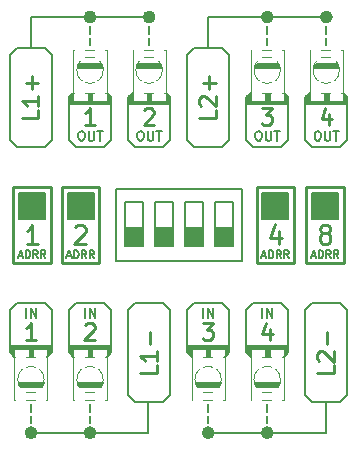
<source format=gto>
G04 #@! TF.GenerationSoftware,KiCad,Pcbnew,(5.1.9)-1*
G04 #@! TF.CreationDate,2023-02-02T22:46:09+01:00*
G04 #@! TF.ProjectId,Leds,4c656473-2e6b-4696-9361-645f70636258,rev?*
G04 #@! TF.SameCoordinates,PXd59f80PYd59f80*
G04 #@! TF.FileFunction,Legend,Top*
G04 #@! TF.FilePolarity,Positive*
%FSLAX46Y46*%
G04 Gerber Fmt 4.6, Leading zero omitted, Abs format (unit mm)*
G04 Created by KiCad (PCBNEW (5.1.9)-1) date 2023-02-02 22:46:09*
%MOMM*%
%LPD*%
G01*
G04 APERTURE LIST*
%ADD10C,0.200000*%
%ADD11C,0.500000*%
%ADD12C,0.250000*%
%ADD13C,0.100000*%
%ADD14C,0.120000*%
%ADD15C,0.280000*%
%ADD16C,0.160000*%
%ADD17C,0.260000*%
%ADD18R,0.900000X1.600000*%
%ADD19R,1.200000X2.500000*%
G04 APERTURE END LIST*
D10*
X28500000Y-38600000D02*
X18500000Y-38600000D01*
X13400000Y-36000000D02*
X13400000Y-38600000D01*
X23500000Y-37800000D02*
X23500000Y-37200000D01*
X23500000Y-36800000D02*
X23500000Y-36200000D01*
X18500000Y-37800000D02*
X18500000Y-37200000D01*
X18500000Y-36800000D02*
X18500000Y-36200000D01*
X8500000Y-37800000D02*
X8500000Y-37200000D01*
X8500000Y-36800000D02*
X8500000Y-36200000D01*
X3500000Y-37800000D02*
X3500000Y-37200000D01*
X3500000Y-36800000D02*
X3500000Y-36200000D01*
X28500000Y-5800000D02*
X28500000Y-5200000D01*
X28500000Y-4800000D02*
X28500000Y-4200000D01*
X23500000Y-5800000D02*
X23500000Y-5200000D01*
X23500000Y-4800000D02*
X23500000Y-4200000D01*
X18500000Y-3400000D02*
X28500000Y-3400000D01*
X18500000Y-6000000D02*
X18500000Y-3400000D01*
X13500000Y-5800000D02*
X13500000Y-5200000D01*
X13500000Y-4800000D02*
X13500000Y-4200000D01*
X8500000Y-4800000D02*
X8500000Y-4200000D01*
X8500000Y-5800000D02*
X8500000Y-5200000D01*
X3500000Y-3400000D02*
X13500000Y-3400000D01*
D11*
X8800000Y-3400000D02*
G75*
G03*
X8800000Y-3400000I-300000J0D01*
G01*
X13800000Y-3400000D02*
G75*
G03*
X13800000Y-3400000I-300000J0D01*
G01*
X23800000Y-3400000D02*
G75*
G03*
X23800000Y-3400000I-300000J0D01*
G01*
X28800000Y-3400000D02*
G75*
G03*
X28800000Y-3400000I-300000J0D01*
G01*
D10*
X3500000Y-6000000D02*
X3500000Y-3400000D01*
D11*
X23800000Y-38600000D02*
G75*
G03*
X23800000Y-38600000I-300000J0D01*
G01*
X18800000Y-38600000D02*
G75*
G03*
X18800000Y-38600000I-300000J0D01*
G01*
X8800000Y-38600000D02*
G75*
G03*
X8800000Y-38600000I-300000J0D01*
G01*
X3800000Y-38600000D02*
G75*
G03*
X3800000Y-38600000I-300000J0D01*
G01*
D10*
X13400000Y-38600000D02*
X3500000Y-38600000D01*
X28500000Y-36000000D02*
X28500000Y-38600000D01*
G36*
X29500000Y-20500000D02*
G01*
X27300000Y-20500000D01*
X27300000Y-18300000D01*
X29500000Y-18300000D01*
X29500000Y-20500000D01*
G37*
X29500000Y-20500000D02*
X27300000Y-20500000D01*
X27300000Y-18300000D01*
X29500000Y-18300000D01*
X29500000Y-20500000D01*
D12*
X26800000Y-24200000D02*
X30000000Y-24200000D01*
X26800000Y-24200000D02*
X26800000Y-17800000D01*
X26800000Y-17800000D02*
X30000000Y-17800000D01*
X30000000Y-17800000D02*
X30000000Y-24200000D01*
D10*
G36*
X25300000Y-20500000D02*
G01*
X23100000Y-20500000D01*
X23100000Y-18300000D01*
X25300000Y-18300000D01*
X25300000Y-20500000D01*
G37*
X25300000Y-20500000D02*
X23100000Y-20500000D01*
X23100000Y-18300000D01*
X25300000Y-18300000D01*
X25300000Y-20500000D01*
D12*
X22600000Y-24200000D02*
X25800000Y-24200000D01*
X22600000Y-24200000D02*
X22600000Y-17800000D01*
X22600000Y-17800000D02*
X25800000Y-17800000D01*
X25800000Y-17800000D02*
X25800000Y-24200000D01*
D10*
G36*
X8800000Y-20500000D02*
G01*
X6600000Y-20500000D01*
X6600000Y-18300000D01*
X8800000Y-18300000D01*
X8800000Y-20500000D01*
G37*
X8800000Y-20500000D02*
X6600000Y-20500000D01*
X6600000Y-18300000D01*
X8800000Y-18300000D01*
X8800000Y-20500000D01*
D12*
X6100000Y-24200000D02*
X9300000Y-24200000D01*
X6100000Y-24200000D02*
X6100000Y-17800000D01*
X6100000Y-17800000D02*
X9300000Y-17800000D01*
X9300000Y-17800000D02*
X9300000Y-24200000D01*
D10*
G36*
X4700000Y-20500000D02*
G01*
X2500000Y-20500000D01*
X2500000Y-18300000D01*
X4700000Y-18300000D01*
X4700000Y-20500000D01*
G37*
X4700000Y-20500000D02*
X2500000Y-20500000D01*
X2500000Y-18300000D01*
X4700000Y-18300000D01*
X4700000Y-20500000D01*
D12*
X2000000Y-24200000D02*
X5200000Y-24200000D01*
X2000000Y-24200000D02*
X2000000Y-17800000D01*
X2000000Y-17800000D02*
X5200000Y-17800000D01*
X5200000Y-17800000D02*
X5200000Y-24200000D01*
D10*
X16700000Y-13800000D02*
X16700000Y-6600000D01*
X17300000Y-6000000D02*
X19700000Y-6000000D01*
X20300000Y-6600000D02*
X20300000Y-13800000D01*
X17300000Y-6000000D02*
X16700000Y-6600000D01*
X20300000Y-6600000D02*
X19700000Y-6000000D01*
X16700000Y-13800000D02*
X17300000Y-14400000D01*
X19700000Y-14400000D02*
X20300000Y-13800000D01*
X17300000Y-14400000D02*
X19700000Y-14400000D01*
X1700000Y-13800000D02*
X1700000Y-6600000D01*
X2300000Y-6000000D02*
X4700000Y-6000000D01*
X5300000Y-6600000D02*
X5300000Y-13800000D01*
X2300000Y-6000000D02*
X1700000Y-6600000D01*
X5300000Y-6600000D02*
X4700000Y-6000000D01*
X1700000Y-13800000D02*
X2300000Y-14400000D01*
X4700000Y-14400000D02*
X5300000Y-13800000D01*
X2300000Y-14400000D02*
X4700000Y-14400000D01*
X11700000Y-35400000D02*
X11700000Y-28200000D01*
X12300000Y-27600000D02*
X14700000Y-27600000D01*
X15300000Y-28200000D02*
X15300000Y-35400000D01*
X12300000Y-27600000D02*
X11700000Y-28200000D01*
X15300000Y-28200000D02*
X14700000Y-27600000D01*
X11700000Y-35400000D02*
X12300000Y-36000000D01*
X14700000Y-36000000D02*
X15300000Y-35400000D01*
X12300000Y-36000000D02*
X14700000Y-36000000D01*
X26700000Y-35400000D02*
X26700000Y-28200000D01*
X27300000Y-27600000D02*
X29700000Y-27600000D01*
X30300000Y-28200000D02*
X30300000Y-35400000D01*
X27300000Y-27600000D02*
X26700000Y-28200000D01*
X30300000Y-28200000D02*
X29700000Y-27600000D01*
X26700000Y-35400000D02*
X27300000Y-36000000D01*
X29700000Y-36000000D02*
X30300000Y-35400000D01*
X27300000Y-36000000D02*
X29700000Y-36000000D01*
D13*
G36*
X25300000Y-31200000D02*
G01*
X25300000Y-31800000D01*
X24900000Y-32200000D01*
X24900000Y-31500000D01*
X23700000Y-31500000D01*
X23700000Y-32200000D01*
X23300000Y-32200000D01*
X23300000Y-31500000D01*
X22100000Y-31500000D01*
X22100000Y-32200000D01*
X21700000Y-31800000D01*
X21700000Y-31200000D01*
X25300000Y-31200000D01*
G37*
X25300000Y-31200000D02*
X25300000Y-31800000D01*
X24900000Y-32200000D01*
X24900000Y-31500000D01*
X23700000Y-31500000D01*
X23700000Y-32200000D01*
X23300000Y-32200000D01*
X23300000Y-31500000D01*
X22100000Y-31500000D01*
X22100000Y-32200000D01*
X21700000Y-31800000D01*
X21700000Y-31200000D01*
X25300000Y-31200000D01*
D10*
X25300000Y-28200000D02*
X24700000Y-27600000D01*
X22300000Y-27600000D02*
X21700000Y-28200000D01*
X25300000Y-28200000D02*
X25300000Y-31800000D01*
X22300000Y-27600000D02*
X24700000Y-27600000D01*
X21700000Y-31800000D02*
X21700000Y-28200000D01*
X24900000Y-32200000D02*
X25300000Y-31800000D01*
X22100000Y-32200000D02*
X21700000Y-31800000D01*
D13*
G36*
X20300000Y-31200000D02*
G01*
X20300000Y-31800000D01*
X19900000Y-32200000D01*
X19900000Y-31500000D01*
X18700000Y-31500000D01*
X18700000Y-32200000D01*
X18300000Y-32200000D01*
X18300000Y-31500000D01*
X17100000Y-31500000D01*
X17100000Y-32200000D01*
X16700000Y-31800000D01*
X16700000Y-31200000D01*
X20300000Y-31200000D01*
G37*
X20300000Y-31200000D02*
X20300000Y-31800000D01*
X19900000Y-32200000D01*
X19900000Y-31500000D01*
X18700000Y-31500000D01*
X18700000Y-32200000D01*
X18300000Y-32200000D01*
X18300000Y-31500000D01*
X17100000Y-31500000D01*
X17100000Y-32200000D01*
X16700000Y-31800000D01*
X16700000Y-31200000D01*
X20300000Y-31200000D01*
D10*
X20300000Y-28200000D02*
X19700000Y-27600000D01*
X17300000Y-27600000D02*
X16700000Y-28200000D01*
X20300000Y-28200000D02*
X20300000Y-31800000D01*
X17300000Y-27600000D02*
X19700000Y-27600000D01*
X16700000Y-31800000D02*
X16700000Y-28200000D01*
X19900000Y-32200000D02*
X20300000Y-31800000D01*
X17100000Y-32200000D02*
X16700000Y-31800000D01*
D13*
G36*
X10300000Y-31200000D02*
G01*
X10300000Y-31800000D01*
X9900000Y-32200000D01*
X9900000Y-31500000D01*
X8700000Y-31500000D01*
X8700000Y-32200000D01*
X8300000Y-32200000D01*
X8300000Y-31500000D01*
X7100000Y-31500000D01*
X7100000Y-32200000D01*
X6700000Y-31800000D01*
X6700000Y-31200000D01*
X10300000Y-31200000D01*
G37*
X10300000Y-31200000D02*
X10300000Y-31800000D01*
X9900000Y-32200000D01*
X9900000Y-31500000D01*
X8700000Y-31500000D01*
X8700000Y-32200000D01*
X8300000Y-32200000D01*
X8300000Y-31500000D01*
X7100000Y-31500000D01*
X7100000Y-32200000D01*
X6700000Y-31800000D01*
X6700000Y-31200000D01*
X10300000Y-31200000D01*
D10*
X10300000Y-28200000D02*
X9700000Y-27600000D01*
X7300000Y-27600000D02*
X6700000Y-28200000D01*
X10300000Y-28200000D02*
X10300000Y-31800000D01*
X7300000Y-27600000D02*
X9700000Y-27600000D01*
X6700000Y-31800000D02*
X6700000Y-28200000D01*
X9900000Y-32200000D02*
X10300000Y-31800000D01*
X7100000Y-32200000D02*
X6700000Y-31800000D01*
D13*
G36*
X5300000Y-31200000D02*
G01*
X5300000Y-31800000D01*
X4900000Y-32200000D01*
X4900000Y-31500000D01*
X3700000Y-31500000D01*
X3700000Y-32200000D01*
X3300000Y-32200000D01*
X3300000Y-31500000D01*
X2100000Y-31500000D01*
X2100000Y-32200000D01*
X1700000Y-31800000D01*
X1700000Y-31200000D01*
X5300000Y-31200000D01*
G37*
X5300000Y-31200000D02*
X5300000Y-31800000D01*
X4900000Y-32200000D01*
X4900000Y-31500000D01*
X3700000Y-31500000D01*
X3700000Y-32200000D01*
X3300000Y-32200000D01*
X3300000Y-31500000D01*
X2100000Y-31500000D01*
X2100000Y-32200000D01*
X1700000Y-31800000D01*
X1700000Y-31200000D01*
X5300000Y-31200000D01*
D10*
X5300000Y-28200000D02*
X4700000Y-27600000D01*
X2300000Y-27600000D02*
X1700000Y-28200000D01*
X5300000Y-28200000D02*
X5300000Y-31800000D01*
X2300000Y-27600000D02*
X4700000Y-27600000D01*
X1700000Y-31800000D02*
X1700000Y-28200000D01*
X4900000Y-32200000D02*
X5300000Y-31800000D01*
X2100000Y-32200000D02*
X1700000Y-31800000D01*
D13*
G36*
X26700000Y-10800000D02*
G01*
X26700000Y-10200000D01*
X27100000Y-9800000D01*
X27100000Y-10500000D01*
X28300000Y-10500000D01*
X28300000Y-9800000D01*
X28700000Y-9800000D01*
X28700000Y-10500000D01*
X29900000Y-10500000D01*
X29900000Y-9800000D01*
X30300000Y-10200000D01*
X30300000Y-10800000D01*
X26700000Y-10800000D01*
G37*
X26700000Y-10800000D02*
X26700000Y-10200000D01*
X27100000Y-9800000D01*
X27100000Y-10500000D01*
X28300000Y-10500000D01*
X28300000Y-9800000D01*
X28700000Y-9800000D01*
X28700000Y-10500000D01*
X29900000Y-10500000D01*
X29900000Y-9800000D01*
X30300000Y-10200000D01*
X30300000Y-10800000D01*
X26700000Y-10800000D01*
D10*
X26700000Y-13800000D02*
X27300000Y-14400000D01*
X29700000Y-14400000D02*
X30300000Y-13800000D01*
X26700000Y-13800000D02*
X26700000Y-10200000D01*
X29700000Y-14400000D02*
X27300000Y-14400000D01*
X30300000Y-10200000D02*
X30300000Y-13800000D01*
X27100000Y-9800000D02*
X26700000Y-10200000D01*
X29900000Y-9800000D02*
X30300000Y-10200000D01*
D13*
G36*
X21700000Y-10800000D02*
G01*
X21700000Y-10200000D01*
X22100000Y-9800000D01*
X22100000Y-10500000D01*
X23300000Y-10500000D01*
X23300000Y-9800000D01*
X23700000Y-9800000D01*
X23700000Y-10500000D01*
X24900000Y-10500000D01*
X24900000Y-9800000D01*
X25300000Y-10200000D01*
X25300000Y-10800000D01*
X21700000Y-10800000D01*
G37*
X21700000Y-10800000D02*
X21700000Y-10200000D01*
X22100000Y-9800000D01*
X22100000Y-10500000D01*
X23300000Y-10500000D01*
X23300000Y-9800000D01*
X23700000Y-9800000D01*
X23700000Y-10500000D01*
X24900000Y-10500000D01*
X24900000Y-9800000D01*
X25300000Y-10200000D01*
X25300000Y-10800000D01*
X21700000Y-10800000D01*
D10*
X21700000Y-13800000D02*
X22300000Y-14400000D01*
X24700000Y-14400000D02*
X25300000Y-13800000D01*
X21700000Y-13800000D02*
X21700000Y-10200000D01*
X24700000Y-14400000D02*
X22300000Y-14400000D01*
X25300000Y-10200000D02*
X25300000Y-13800000D01*
X22100000Y-9800000D02*
X21700000Y-10200000D01*
X24900000Y-9800000D02*
X25300000Y-10200000D01*
D13*
G36*
X11700000Y-10800000D02*
G01*
X11700000Y-10200000D01*
X12100000Y-9800000D01*
X12100000Y-10500000D01*
X13300000Y-10500000D01*
X13300000Y-9800000D01*
X13700000Y-9800000D01*
X13700000Y-10500000D01*
X14900000Y-10500000D01*
X14900000Y-9800000D01*
X15300000Y-10200000D01*
X15300000Y-10800000D01*
X11700000Y-10800000D01*
G37*
X11700000Y-10800000D02*
X11700000Y-10200000D01*
X12100000Y-9800000D01*
X12100000Y-10500000D01*
X13300000Y-10500000D01*
X13300000Y-9800000D01*
X13700000Y-9800000D01*
X13700000Y-10500000D01*
X14900000Y-10500000D01*
X14900000Y-9800000D01*
X15300000Y-10200000D01*
X15300000Y-10800000D01*
X11700000Y-10800000D01*
D10*
X11700000Y-13800000D02*
X12300000Y-14400000D01*
X14700000Y-14400000D02*
X15300000Y-13800000D01*
X11700000Y-13800000D02*
X11700000Y-10200000D01*
X14700000Y-14400000D02*
X12300000Y-14400000D01*
X15300000Y-10200000D02*
X15300000Y-13800000D01*
X12100000Y-9800000D02*
X11700000Y-10200000D01*
X14900000Y-9800000D02*
X15300000Y-10200000D01*
D13*
G36*
X6700000Y-10800000D02*
G01*
X6700000Y-10200000D01*
X7100000Y-9800000D01*
X7100000Y-10500000D01*
X8300000Y-10500000D01*
X8300000Y-9800000D01*
X8700000Y-9800000D01*
X8700000Y-10500000D01*
X9900000Y-10500000D01*
X9900000Y-9800000D01*
X10300000Y-10200000D01*
X10300000Y-10800000D01*
X6700000Y-10800000D01*
G37*
X6700000Y-10800000D02*
X6700000Y-10200000D01*
X7100000Y-9800000D01*
X7100000Y-10500000D01*
X8300000Y-10500000D01*
X8300000Y-9800000D01*
X8700000Y-9800000D01*
X8700000Y-10500000D01*
X9900000Y-10500000D01*
X9900000Y-9800000D01*
X10300000Y-10200000D01*
X10300000Y-10800000D01*
X6700000Y-10800000D01*
D10*
X6700000Y-13800000D02*
X7300000Y-14400000D01*
X9700000Y-14400000D02*
X10300000Y-13800000D01*
X6700000Y-13800000D02*
X6700000Y-10200000D01*
X9700000Y-14400000D02*
X7300000Y-14400000D01*
X10300000Y-10200000D02*
X10300000Y-13800000D01*
X7100000Y-9800000D02*
X6700000Y-10200000D01*
X9900000Y-9800000D02*
X10300000Y-10200000D01*
D14*
X19618034Y-34100000D02*
G75*
G03*
X19618034Y-34100000I-1118034J0D01*
G01*
D13*
G36*
X19600000Y-34300000D02*
G01*
X19400000Y-34700000D01*
X17600000Y-34700000D01*
X17400000Y-34300000D01*
X19600000Y-34300000D01*
G37*
X19600000Y-34300000D02*
X19400000Y-34700000D01*
X17600000Y-34700000D01*
X17400000Y-34300000D01*
X19600000Y-34300000D01*
D14*
X19900000Y-32200000D02*
X19900000Y-35800000D01*
X17100000Y-32200000D02*
X19900000Y-32200000D01*
X17100000Y-35800000D02*
X17100000Y-32200000D01*
X19900000Y-35800000D02*
X17100000Y-35800000D01*
X24618034Y-34100000D02*
G75*
G03*
X24618034Y-34100000I-1118034J0D01*
G01*
D13*
G36*
X24600000Y-34300000D02*
G01*
X24400000Y-34700000D01*
X22600000Y-34700000D01*
X22400000Y-34300000D01*
X24600000Y-34300000D01*
G37*
X24600000Y-34300000D02*
X24400000Y-34700000D01*
X22600000Y-34700000D01*
X22400000Y-34300000D01*
X24600000Y-34300000D01*
D14*
X24900000Y-32200000D02*
X24900000Y-35800000D01*
X22100000Y-32200000D02*
X24900000Y-32200000D01*
X22100000Y-35800000D02*
X22100000Y-32200000D01*
X24900000Y-35800000D02*
X22100000Y-35800000D01*
X9618034Y-34100000D02*
G75*
G03*
X9618034Y-34100000I-1118034J0D01*
G01*
D13*
G36*
X9600000Y-34300000D02*
G01*
X9400000Y-34700000D01*
X7600000Y-34700000D01*
X7400000Y-34300000D01*
X9600000Y-34300000D01*
G37*
X9600000Y-34300000D02*
X9400000Y-34700000D01*
X7600000Y-34700000D01*
X7400000Y-34300000D01*
X9600000Y-34300000D01*
D14*
X9900000Y-32200000D02*
X9900000Y-35800000D01*
X7100000Y-32200000D02*
X9900000Y-32200000D01*
X7100000Y-35800000D02*
X7100000Y-32200000D01*
X9900000Y-35800000D02*
X7100000Y-35800000D01*
X4618034Y-34100000D02*
G75*
G03*
X4618034Y-34100000I-1118034J0D01*
G01*
D13*
G36*
X4600000Y-34300000D02*
G01*
X4400000Y-34700000D01*
X2600000Y-34700000D01*
X2400000Y-34300000D01*
X4600000Y-34300000D01*
G37*
X4600000Y-34300000D02*
X4400000Y-34700000D01*
X2600000Y-34700000D01*
X2400000Y-34300000D01*
X4600000Y-34300000D01*
D14*
X4900000Y-32200000D02*
X4900000Y-35800000D01*
X2100000Y-32200000D02*
X4900000Y-32200000D01*
X2100000Y-35800000D02*
X2100000Y-32200000D01*
X4900000Y-35800000D02*
X2100000Y-35800000D01*
X29618034Y-7900000D02*
G75*
G03*
X29618034Y-7900000I-1118034J0D01*
G01*
D13*
G36*
X27400000Y-7700000D02*
G01*
X27600000Y-7300000D01*
X29400000Y-7300000D01*
X29600000Y-7700000D01*
X27400000Y-7700000D01*
G37*
X27400000Y-7700000D02*
X27600000Y-7300000D01*
X29400000Y-7300000D01*
X29600000Y-7700000D01*
X27400000Y-7700000D01*
D14*
X27100000Y-9800000D02*
X27100000Y-6200000D01*
X29900000Y-9800000D02*
X27100000Y-9800000D01*
X29900000Y-6200000D02*
X29900000Y-9800000D01*
X27100000Y-6200000D02*
X29900000Y-6200000D01*
X24618034Y-7900000D02*
G75*
G03*
X24618034Y-7900000I-1118034J0D01*
G01*
D13*
G36*
X22400000Y-7700000D02*
G01*
X22600000Y-7300000D01*
X24400000Y-7300000D01*
X24600000Y-7700000D01*
X22400000Y-7700000D01*
G37*
X22400000Y-7700000D02*
X22600000Y-7300000D01*
X24400000Y-7300000D01*
X24600000Y-7700000D01*
X22400000Y-7700000D01*
D14*
X22100000Y-9800000D02*
X22100000Y-6200000D01*
X24900000Y-9800000D02*
X22100000Y-9800000D01*
X24900000Y-6200000D02*
X24900000Y-9800000D01*
X22100000Y-6200000D02*
X24900000Y-6200000D01*
X14618034Y-7900000D02*
G75*
G03*
X14618034Y-7900000I-1118034J0D01*
G01*
D13*
G36*
X12400000Y-7700000D02*
G01*
X12600000Y-7300000D01*
X14400000Y-7300000D01*
X14600000Y-7700000D01*
X12400000Y-7700000D01*
G37*
X12400000Y-7700000D02*
X12600000Y-7300000D01*
X14400000Y-7300000D01*
X14600000Y-7700000D01*
X12400000Y-7700000D01*
D14*
X12100000Y-9800000D02*
X12100000Y-6200000D01*
X14900000Y-9800000D02*
X12100000Y-9800000D01*
X14900000Y-6200000D02*
X14900000Y-9800000D01*
X12100000Y-6200000D02*
X14900000Y-6200000D01*
X9618034Y-7900000D02*
G75*
G03*
X9618034Y-7900000I-1118034J0D01*
G01*
D13*
G36*
X7400000Y-7700000D02*
G01*
X7600000Y-7300000D01*
X9400000Y-7300000D01*
X9600000Y-7700000D01*
X7400000Y-7700000D01*
G37*
X7400000Y-7700000D02*
X7600000Y-7300000D01*
X9400000Y-7300000D01*
X9600000Y-7700000D01*
X7400000Y-7700000D01*
D14*
X7100000Y-9800000D02*
X7100000Y-6200000D01*
X9900000Y-9800000D02*
X7100000Y-9800000D01*
X9900000Y-6200000D02*
X9900000Y-9800000D01*
X7100000Y-6200000D02*
X9900000Y-6200000D01*
D13*
G36*
X19556000Y-25064000D02*
G01*
X19302000Y-25064000D01*
X19302000Y-24048000D01*
X20318000Y-24048000D01*
X20318000Y-25064000D01*
X20064000Y-25064000D01*
X20064000Y-26080000D01*
X19556000Y-26080000D01*
X19556000Y-25064000D01*
G37*
X19556000Y-25064000D02*
X19302000Y-25064000D01*
X19302000Y-24048000D01*
X20318000Y-24048000D01*
X20318000Y-25064000D01*
X20064000Y-25064000D01*
X20064000Y-26080000D01*
X19556000Y-26080000D01*
X19556000Y-25064000D01*
G36*
X17016000Y-25064000D02*
G01*
X16762000Y-25064000D01*
X16762000Y-24048000D01*
X17778000Y-24048000D01*
X17778000Y-25064000D01*
X17524000Y-25064000D01*
X17524000Y-26080000D01*
X17016000Y-26080000D01*
X17016000Y-25064000D01*
G37*
X17016000Y-25064000D02*
X16762000Y-25064000D01*
X16762000Y-24048000D01*
X17778000Y-24048000D01*
X17778000Y-25064000D01*
X17524000Y-25064000D01*
X17524000Y-26080000D01*
X17016000Y-26080000D01*
X17016000Y-25064000D01*
G36*
X14476000Y-25064000D02*
G01*
X14222000Y-25064000D01*
X14222000Y-24048000D01*
X15238000Y-24048000D01*
X15238000Y-25064000D01*
X14984000Y-25064000D01*
X14984000Y-26080000D01*
X14476000Y-26080000D01*
X14476000Y-25064000D01*
G37*
X14476000Y-25064000D02*
X14222000Y-25064000D01*
X14222000Y-24048000D01*
X15238000Y-24048000D01*
X15238000Y-25064000D01*
X14984000Y-25064000D01*
X14984000Y-26080000D01*
X14476000Y-26080000D01*
X14476000Y-25064000D01*
G36*
X11936000Y-25064000D02*
G01*
X11682000Y-25064000D01*
X11682000Y-24048000D01*
X12698000Y-24048000D01*
X12698000Y-25064000D01*
X12444000Y-25064000D01*
X12444000Y-26080000D01*
X11936000Y-26080000D01*
X11936000Y-25064000D01*
G37*
X11936000Y-25064000D02*
X11682000Y-25064000D01*
X11682000Y-24048000D01*
X12698000Y-24048000D01*
X12698000Y-25064000D01*
X12444000Y-25064000D01*
X12444000Y-26080000D01*
X11936000Y-26080000D01*
X11936000Y-25064000D01*
G36*
X20064000Y-16936000D02*
G01*
X20318000Y-16936000D01*
X20318000Y-17952000D01*
X19302000Y-17952000D01*
X19302000Y-16936000D01*
X19556000Y-16936000D01*
X19556000Y-15920000D01*
X20064000Y-15920000D01*
X20064000Y-16936000D01*
G37*
X20064000Y-16936000D02*
X20318000Y-16936000D01*
X20318000Y-17952000D01*
X19302000Y-17952000D01*
X19302000Y-16936000D01*
X19556000Y-16936000D01*
X19556000Y-15920000D01*
X20064000Y-15920000D01*
X20064000Y-16936000D01*
G36*
X17524000Y-16936000D02*
G01*
X17778000Y-16936000D01*
X17778000Y-17952000D01*
X16762000Y-17952000D01*
X16762000Y-16936000D01*
X17016000Y-16936000D01*
X17016000Y-15920000D01*
X17524000Y-15920000D01*
X17524000Y-16936000D01*
G37*
X17524000Y-16936000D02*
X17778000Y-16936000D01*
X17778000Y-17952000D01*
X16762000Y-17952000D01*
X16762000Y-16936000D01*
X17016000Y-16936000D01*
X17016000Y-15920000D01*
X17524000Y-15920000D01*
X17524000Y-16936000D01*
G36*
X14984000Y-16936000D02*
G01*
X15238000Y-16936000D01*
X15238000Y-17952000D01*
X14222000Y-17952000D01*
X14222000Y-16936000D01*
X14476000Y-16936000D01*
X14476000Y-15920000D01*
X14984000Y-15920000D01*
X14984000Y-16936000D01*
G37*
X14984000Y-16936000D02*
X15238000Y-16936000D01*
X15238000Y-17952000D01*
X14222000Y-17952000D01*
X14222000Y-16936000D01*
X14476000Y-16936000D01*
X14476000Y-15920000D01*
X14984000Y-15920000D01*
X14984000Y-16936000D01*
G36*
X12444000Y-16936000D02*
G01*
X12698000Y-16936000D01*
X12698000Y-17952000D01*
X11682000Y-17952000D01*
X11682000Y-16936000D01*
X11936000Y-16936000D01*
X11936000Y-15920000D01*
X12444000Y-15920000D01*
X12444000Y-16936000D01*
G37*
X12444000Y-16936000D02*
X12698000Y-16936000D01*
X12698000Y-17952000D01*
X11682000Y-17952000D01*
X11682000Y-16936000D01*
X11936000Y-16936000D01*
X11936000Y-15920000D01*
X12444000Y-15920000D01*
X12444000Y-16936000D01*
D10*
X20572000Y-19095000D02*
X20572000Y-22778000D01*
X19048000Y-22778000D02*
X19048000Y-19095000D01*
G36*
X20572000Y-22778000D02*
G01*
X19048000Y-22778000D01*
X19048000Y-21254000D01*
X20572000Y-21254000D01*
X20572000Y-22778000D01*
G37*
X20572000Y-22778000D02*
X19048000Y-22778000D01*
X19048000Y-21254000D01*
X20572000Y-21254000D01*
X20572000Y-22778000D01*
X19048000Y-19095000D02*
X20572000Y-19095000D01*
X18032000Y-19095000D02*
X18032000Y-22778000D01*
X16508000Y-22778000D02*
X16508000Y-19095000D01*
G36*
X18032000Y-22778000D02*
G01*
X16508000Y-22778000D01*
X16508000Y-21254000D01*
X18032000Y-21254000D01*
X18032000Y-22778000D01*
G37*
X18032000Y-22778000D02*
X16508000Y-22778000D01*
X16508000Y-21254000D01*
X18032000Y-21254000D01*
X18032000Y-22778000D01*
X16508000Y-19095000D02*
X18032000Y-19095000D01*
X15492000Y-19095000D02*
X15492000Y-22778000D01*
X13968000Y-22778000D02*
X13968000Y-19095000D01*
G36*
X15492000Y-22778000D02*
G01*
X13968000Y-22778000D01*
X13968000Y-21254000D01*
X15492000Y-21254000D01*
X15492000Y-22778000D01*
G37*
X15492000Y-22778000D02*
X13968000Y-22778000D01*
X13968000Y-21254000D01*
X15492000Y-21254000D01*
X15492000Y-22778000D01*
X13968000Y-19095000D02*
X15492000Y-19095000D01*
G36*
X12952000Y-22778000D02*
G01*
X11428000Y-22778000D01*
X11428000Y-21254000D01*
X12952000Y-21254000D01*
X12952000Y-22778000D01*
G37*
X12952000Y-22778000D02*
X11428000Y-22778000D01*
X11428000Y-21254000D01*
X12952000Y-21254000D01*
X12952000Y-22778000D01*
X12952000Y-19095000D02*
X12952000Y-22778000D01*
X11428000Y-22778000D02*
X11428000Y-19095000D01*
X21334000Y-17952000D02*
X21334000Y-24048000D01*
X10666000Y-17952000D02*
X10666000Y-24048000D01*
X10666000Y-24048000D02*
X21334000Y-24048000D01*
X21334000Y-17952000D02*
X10666000Y-17952000D01*
X11428000Y-19095000D02*
X12952000Y-19095000D01*
D15*
X28247619Y-21709523D02*
X28095238Y-21633333D01*
X28019047Y-21557142D01*
X27942857Y-21404761D01*
X27942857Y-21328571D01*
X28019047Y-21176190D01*
X28095238Y-21100000D01*
X28247619Y-21023809D01*
X28552380Y-21023809D01*
X28704761Y-21100000D01*
X28780952Y-21176190D01*
X28857142Y-21328571D01*
X28857142Y-21404761D01*
X28780952Y-21557142D01*
X28704761Y-21633333D01*
X28552380Y-21709523D01*
X28247619Y-21709523D01*
X28095238Y-21785714D01*
X28019047Y-21861904D01*
X27942857Y-22014285D01*
X27942857Y-22319047D01*
X28019047Y-22471428D01*
X28095238Y-22547619D01*
X28247619Y-22623809D01*
X28552380Y-22623809D01*
X28704761Y-22547619D01*
X28780952Y-22471428D01*
X28857142Y-22319047D01*
X28857142Y-22014285D01*
X28780952Y-21861904D01*
X28704761Y-21785714D01*
X28552380Y-21709523D01*
D16*
X27270238Y-23608333D02*
X27579761Y-23608333D01*
X27208333Y-23794047D02*
X27425000Y-23144047D01*
X27641666Y-23794047D01*
X27858333Y-23794047D02*
X27858333Y-23144047D01*
X28013095Y-23144047D01*
X28105952Y-23175000D01*
X28167857Y-23236904D01*
X28198809Y-23298809D01*
X28229761Y-23422619D01*
X28229761Y-23515476D01*
X28198809Y-23639285D01*
X28167857Y-23701190D01*
X28105952Y-23763095D01*
X28013095Y-23794047D01*
X27858333Y-23794047D01*
X28879761Y-23794047D02*
X28663095Y-23484523D01*
X28508333Y-23794047D02*
X28508333Y-23144047D01*
X28755952Y-23144047D01*
X28817857Y-23175000D01*
X28848809Y-23205952D01*
X28879761Y-23267857D01*
X28879761Y-23360714D01*
X28848809Y-23422619D01*
X28817857Y-23453571D01*
X28755952Y-23484523D01*
X28508333Y-23484523D01*
X29529761Y-23794047D02*
X29313095Y-23484523D01*
X29158333Y-23794047D02*
X29158333Y-23144047D01*
X29405952Y-23144047D01*
X29467857Y-23175000D01*
X29498809Y-23205952D01*
X29529761Y-23267857D01*
X29529761Y-23360714D01*
X29498809Y-23422619D01*
X29467857Y-23453571D01*
X29405952Y-23484523D01*
X29158333Y-23484523D01*
D15*
X24504761Y-21557142D02*
X24504761Y-22623809D01*
X24123809Y-20947619D02*
X23742857Y-22090476D01*
X24733333Y-22090476D01*
D16*
X23070238Y-23608333D02*
X23379761Y-23608333D01*
X23008333Y-23794047D02*
X23225000Y-23144047D01*
X23441666Y-23794047D01*
X23658333Y-23794047D02*
X23658333Y-23144047D01*
X23813095Y-23144047D01*
X23905952Y-23175000D01*
X23967857Y-23236904D01*
X23998809Y-23298809D01*
X24029761Y-23422619D01*
X24029761Y-23515476D01*
X23998809Y-23639285D01*
X23967857Y-23701190D01*
X23905952Y-23763095D01*
X23813095Y-23794047D01*
X23658333Y-23794047D01*
X24679761Y-23794047D02*
X24463095Y-23484523D01*
X24308333Y-23794047D02*
X24308333Y-23144047D01*
X24555952Y-23144047D01*
X24617857Y-23175000D01*
X24648809Y-23205952D01*
X24679761Y-23267857D01*
X24679761Y-23360714D01*
X24648809Y-23422619D01*
X24617857Y-23453571D01*
X24555952Y-23484523D01*
X24308333Y-23484523D01*
X25329761Y-23794047D02*
X25113095Y-23484523D01*
X24958333Y-23794047D02*
X24958333Y-23144047D01*
X25205952Y-23144047D01*
X25267857Y-23175000D01*
X25298809Y-23205952D01*
X25329761Y-23267857D01*
X25329761Y-23360714D01*
X25298809Y-23422619D01*
X25267857Y-23453571D01*
X25205952Y-23484523D01*
X24958333Y-23484523D01*
D15*
X7242857Y-21176190D02*
X7319047Y-21100000D01*
X7471428Y-21023809D01*
X7852380Y-21023809D01*
X8004761Y-21100000D01*
X8080952Y-21176190D01*
X8157142Y-21328571D01*
X8157142Y-21480952D01*
X8080952Y-21709523D01*
X7166666Y-22623809D01*
X8157142Y-22623809D01*
D16*
X6570238Y-23608333D02*
X6879761Y-23608333D01*
X6508333Y-23794047D02*
X6725000Y-23144047D01*
X6941666Y-23794047D01*
X7158333Y-23794047D02*
X7158333Y-23144047D01*
X7313095Y-23144047D01*
X7405952Y-23175000D01*
X7467857Y-23236904D01*
X7498809Y-23298809D01*
X7529761Y-23422619D01*
X7529761Y-23515476D01*
X7498809Y-23639285D01*
X7467857Y-23701190D01*
X7405952Y-23763095D01*
X7313095Y-23794047D01*
X7158333Y-23794047D01*
X8179761Y-23794047D02*
X7963095Y-23484523D01*
X7808333Y-23794047D02*
X7808333Y-23144047D01*
X8055952Y-23144047D01*
X8117857Y-23175000D01*
X8148809Y-23205952D01*
X8179761Y-23267857D01*
X8179761Y-23360714D01*
X8148809Y-23422619D01*
X8117857Y-23453571D01*
X8055952Y-23484523D01*
X7808333Y-23484523D01*
X8829761Y-23794047D02*
X8613095Y-23484523D01*
X8458333Y-23794047D02*
X8458333Y-23144047D01*
X8705952Y-23144047D01*
X8767857Y-23175000D01*
X8798809Y-23205952D01*
X8829761Y-23267857D01*
X8829761Y-23360714D01*
X8798809Y-23422619D01*
X8767857Y-23453571D01*
X8705952Y-23484523D01*
X8458333Y-23484523D01*
D15*
X4057142Y-22623809D02*
X3142857Y-22623809D01*
X3600000Y-22623809D02*
X3600000Y-21023809D01*
X3447619Y-21252380D01*
X3295238Y-21404761D01*
X3142857Y-21480952D01*
D16*
X2470238Y-23608333D02*
X2779761Y-23608333D01*
X2408333Y-23794047D02*
X2625000Y-23144047D01*
X2841666Y-23794047D01*
X3058333Y-23794047D02*
X3058333Y-23144047D01*
X3213095Y-23144047D01*
X3305952Y-23175000D01*
X3367857Y-23236904D01*
X3398809Y-23298809D01*
X3429761Y-23422619D01*
X3429761Y-23515476D01*
X3398809Y-23639285D01*
X3367857Y-23701190D01*
X3305952Y-23763095D01*
X3213095Y-23794047D01*
X3058333Y-23794047D01*
X4079761Y-23794047D02*
X3863095Y-23484523D01*
X3708333Y-23794047D02*
X3708333Y-23144047D01*
X3955952Y-23144047D01*
X4017857Y-23175000D01*
X4048809Y-23205952D01*
X4079761Y-23267857D01*
X4079761Y-23360714D01*
X4048809Y-23422619D01*
X4017857Y-23453571D01*
X3955952Y-23484523D01*
X3708333Y-23484523D01*
X4729761Y-23794047D02*
X4513095Y-23484523D01*
X4358333Y-23794047D02*
X4358333Y-23144047D01*
X4605952Y-23144047D01*
X4667857Y-23175000D01*
X4698809Y-23205952D01*
X4729761Y-23267857D01*
X4729761Y-23360714D01*
X4698809Y-23422619D01*
X4667857Y-23453571D01*
X4605952Y-23484523D01*
X4358333Y-23484523D01*
D17*
X19133333Y-11300000D02*
X19133333Y-11966666D01*
X17733333Y-11966666D01*
X17866666Y-10900000D02*
X17800000Y-10833333D01*
X17733333Y-10700000D01*
X17733333Y-10366666D01*
X17800000Y-10233333D01*
X17866666Y-10166666D01*
X18000000Y-10100000D01*
X18133333Y-10100000D01*
X18333333Y-10166666D01*
X19133333Y-10966666D01*
X19133333Y-10100000D01*
X18600000Y-9500000D02*
X18600000Y-8433333D01*
X19133333Y-8966666D02*
X18066666Y-8966666D01*
X4133333Y-11300000D02*
X4133333Y-11966666D01*
X2733333Y-11966666D01*
X4133333Y-10100000D02*
X4133333Y-10900000D01*
X4133333Y-10500000D02*
X2733333Y-10500000D01*
X2933333Y-10633333D01*
X3066666Y-10766666D01*
X3133333Y-10900000D01*
X3600000Y-9500000D02*
X3600000Y-8433333D01*
X4133333Y-8966666D02*
X3066666Y-8966666D01*
X14133333Y-32900000D02*
X14133333Y-33566666D01*
X12733333Y-33566666D01*
X14133333Y-31700000D02*
X14133333Y-32500000D01*
X14133333Y-32100000D02*
X12733333Y-32100000D01*
X12933333Y-32233333D01*
X13066666Y-32366666D01*
X13133333Y-32500000D01*
X13600000Y-31100000D02*
X13600000Y-30033333D01*
X29133333Y-32900000D02*
X29133333Y-33566666D01*
X27733333Y-33566666D01*
X27866666Y-32500000D02*
X27800000Y-32433333D01*
X27733333Y-32300000D01*
X27733333Y-31966666D01*
X27800000Y-31833333D01*
X27866666Y-31766666D01*
X28000000Y-31700000D01*
X28133333Y-31700000D01*
X28333333Y-31766666D01*
X29133333Y-32566666D01*
X29133333Y-31700000D01*
X28600000Y-31100000D02*
X28600000Y-30033333D01*
X23766666Y-29800000D02*
X23766666Y-30733333D01*
X23433333Y-29266666D02*
X23100000Y-30266666D01*
X23966666Y-30266666D01*
D10*
X23080952Y-28861904D02*
X23080952Y-28061904D01*
X23461904Y-28861904D02*
X23461904Y-28061904D01*
X23919047Y-28861904D01*
X23919047Y-28061904D01*
D17*
X18033333Y-29333333D02*
X18900000Y-29333333D01*
X18433333Y-29866666D01*
X18633333Y-29866666D01*
X18766666Y-29933333D01*
X18833333Y-30000000D01*
X18900000Y-30133333D01*
X18900000Y-30466666D01*
X18833333Y-30600000D01*
X18766666Y-30666666D01*
X18633333Y-30733333D01*
X18233333Y-30733333D01*
X18100000Y-30666666D01*
X18033333Y-30600000D01*
D10*
X18080952Y-28861904D02*
X18080952Y-28061904D01*
X18461904Y-28861904D02*
X18461904Y-28061904D01*
X18919047Y-28861904D01*
X18919047Y-28061904D01*
D17*
X8100000Y-29466666D02*
X8166666Y-29400000D01*
X8300000Y-29333333D01*
X8633333Y-29333333D01*
X8766666Y-29400000D01*
X8833333Y-29466666D01*
X8900000Y-29600000D01*
X8900000Y-29733333D01*
X8833333Y-29933333D01*
X8033333Y-30733333D01*
X8900000Y-30733333D01*
D10*
X8080952Y-28861904D02*
X8080952Y-28061904D01*
X8461904Y-28861904D02*
X8461904Y-28061904D01*
X8919047Y-28861904D01*
X8919047Y-28061904D01*
D17*
X3900000Y-30733333D02*
X3100000Y-30733333D01*
X3500000Y-30733333D02*
X3500000Y-29333333D01*
X3366666Y-29533333D01*
X3233333Y-29666666D01*
X3100000Y-29733333D01*
D10*
X3080952Y-28861904D02*
X3080952Y-28061904D01*
X3461904Y-28861904D02*
X3461904Y-28061904D01*
X3919047Y-28861904D01*
X3919047Y-28061904D01*
D17*
X28766666Y-11600000D02*
X28766666Y-12533333D01*
X28433333Y-11066666D02*
X28100000Y-12066666D01*
X28966666Y-12066666D01*
D10*
X27700000Y-13061904D02*
X27852380Y-13061904D01*
X27928571Y-13100000D01*
X28004761Y-13176190D01*
X28042857Y-13328571D01*
X28042857Y-13595238D01*
X28004761Y-13747619D01*
X27928571Y-13823809D01*
X27852380Y-13861904D01*
X27700000Y-13861904D01*
X27623809Y-13823809D01*
X27547619Y-13747619D01*
X27509523Y-13595238D01*
X27509523Y-13328571D01*
X27547619Y-13176190D01*
X27623809Y-13100000D01*
X27700000Y-13061904D01*
X28385714Y-13061904D02*
X28385714Y-13709523D01*
X28423809Y-13785714D01*
X28461904Y-13823809D01*
X28538095Y-13861904D01*
X28690476Y-13861904D01*
X28766666Y-13823809D01*
X28804761Y-13785714D01*
X28842857Y-13709523D01*
X28842857Y-13061904D01*
X29109523Y-13061904D02*
X29566666Y-13061904D01*
X29338095Y-13861904D02*
X29338095Y-13061904D01*
D17*
X23033333Y-11133333D02*
X23900000Y-11133333D01*
X23433333Y-11666666D01*
X23633333Y-11666666D01*
X23766666Y-11733333D01*
X23833333Y-11800000D01*
X23900000Y-11933333D01*
X23900000Y-12266666D01*
X23833333Y-12400000D01*
X23766666Y-12466666D01*
X23633333Y-12533333D01*
X23233333Y-12533333D01*
X23100000Y-12466666D01*
X23033333Y-12400000D01*
D10*
X22700000Y-13061904D02*
X22852380Y-13061904D01*
X22928571Y-13100000D01*
X23004761Y-13176190D01*
X23042857Y-13328571D01*
X23042857Y-13595238D01*
X23004761Y-13747619D01*
X22928571Y-13823809D01*
X22852380Y-13861904D01*
X22700000Y-13861904D01*
X22623809Y-13823809D01*
X22547619Y-13747619D01*
X22509523Y-13595238D01*
X22509523Y-13328571D01*
X22547619Y-13176190D01*
X22623809Y-13100000D01*
X22700000Y-13061904D01*
X23385714Y-13061904D02*
X23385714Y-13709523D01*
X23423809Y-13785714D01*
X23461904Y-13823809D01*
X23538095Y-13861904D01*
X23690476Y-13861904D01*
X23766666Y-13823809D01*
X23804761Y-13785714D01*
X23842857Y-13709523D01*
X23842857Y-13061904D01*
X24109523Y-13061904D02*
X24566666Y-13061904D01*
X24338095Y-13861904D02*
X24338095Y-13061904D01*
D17*
X13100000Y-11266666D02*
X13166666Y-11200000D01*
X13300000Y-11133333D01*
X13633333Y-11133333D01*
X13766666Y-11200000D01*
X13833333Y-11266666D01*
X13900000Y-11400000D01*
X13900000Y-11533333D01*
X13833333Y-11733333D01*
X13033333Y-12533333D01*
X13900000Y-12533333D01*
D10*
X12700000Y-13061904D02*
X12852380Y-13061904D01*
X12928571Y-13100000D01*
X13004761Y-13176190D01*
X13042857Y-13328571D01*
X13042857Y-13595238D01*
X13004761Y-13747619D01*
X12928571Y-13823809D01*
X12852380Y-13861904D01*
X12700000Y-13861904D01*
X12623809Y-13823809D01*
X12547619Y-13747619D01*
X12509523Y-13595238D01*
X12509523Y-13328571D01*
X12547619Y-13176190D01*
X12623809Y-13100000D01*
X12700000Y-13061904D01*
X13385714Y-13061904D02*
X13385714Y-13709523D01*
X13423809Y-13785714D01*
X13461904Y-13823809D01*
X13538095Y-13861904D01*
X13690476Y-13861904D01*
X13766666Y-13823809D01*
X13804761Y-13785714D01*
X13842857Y-13709523D01*
X13842857Y-13061904D01*
X14109523Y-13061904D02*
X14566666Y-13061904D01*
X14338095Y-13861904D02*
X14338095Y-13061904D01*
D17*
X8900000Y-12533333D02*
X8100000Y-12533333D01*
X8500000Y-12533333D02*
X8500000Y-11133333D01*
X8366666Y-11333333D01*
X8233333Y-11466666D01*
X8100000Y-11533333D01*
D10*
X7700000Y-13061904D02*
X7852380Y-13061904D01*
X7928571Y-13100000D01*
X8004761Y-13176190D01*
X8042857Y-13328571D01*
X8042857Y-13595238D01*
X8004761Y-13747619D01*
X7928571Y-13823809D01*
X7852380Y-13861904D01*
X7700000Y-13861904D01*
X7623809Y-13823809D01*
X7547619Y-13747619D01*
X7509523Y-13595238D01*
X7509523Y-13328571D01*
X7547619Y-13176190D01*
X7623809Y-13100000D01*
X7700000Y-13061904D01*
X8385714Y-13061904D02*
X8385714Y-13709523D01*
X8423809Y-13785714D01*
X8461904Y-13823809D01*
X8538095Y-13861904D01*
X8690476Y-13861904D01*
X8766666Y-13823809D01*
X8804761Y-13785714D01*
X8842857Y-13709523D01*
X8842857Y-13061904D01*
X9109523Y-13061904D02*
X9566666Y-13061904D01*
X9338095Y-13861904D02*
X9338095Y-13061904D01*
%LPC*%
D18*
X19350000Y-32400000D03*
X17650000Y-32400000D03*
X19350000Y-35600000D03*
X17650000Y-35600000D03*
X24350000Y-32400000D03*
X22650000Y-32400000D03*
X24350000Y-35600000D03*
X22650000Y-35600000D03*
X9350000Y-32400000D03*
X7650000Y-32400000D03*
X9350000Y-35600000D03*
X7650000Y-35600000D03*
X4350000Y-32400000D03*
X2650000Y-32400000D03*
X4350000Y-35600000D03*
X2650000Y-35600000D03*
X27650000Y-9600000D03*
X29350000Y-9600000D03*
X27650000Y-6400000D03*
X29350000Y-6400000D03*
X22650000Y-9600000D03*
X24350000Y-9600000D03*
X22650000Y-6400000D03*
X24350000Y-6400000D03*
X12650000Y-9600000D03*
X14350000Y-9600000D03*
X12650000Y-6400000D03*
X14350000Y-6400000D03*
X7650000Y-9600000D03*
X9350000Y-9600000D03*
X7650000Y-6400000D03*
X9350000Y-6400000D03*
D19*
X17270000Y-16593000D03*
X17270000Y-25407000D03*
X14730000Y-16593000D03*
X14730000Y-25407000D03*
X19810000Y-25407000D03*
X19810000Y-16593000D03*
X12190000Y-16593000D03*
X12190000Y-25407000D03*
M02*

</source>
